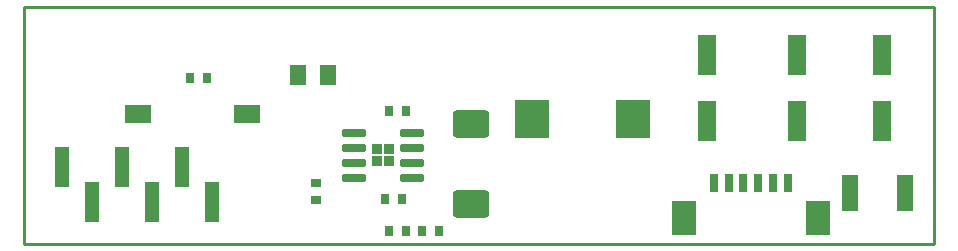
<source format=gtp>
G04*
G04 #@! TF.GenerationSoftware,Altium Limited,Altium Designer,21.8.1 (53)*
G04*
G04 Layer_Color=8421504*
%FSLAX44Y44*%
%MOMM*%
G71*
G04*
G04 #@! TF.SameCoordinates,FBE6A57E-38F0-4EBD-B617-FC09060C68E2*
G04*
G04*
G04 #@! TF.FilePolarity,Positive*
G04*
G01*
G75*
%ADD15C,0.2540*%
%ADD17R,0.8000X0.9000*%
%ADD18R,1.2700X3.4300*%
%ADD19R,2.2000X1.6000*%
%ADD20R,2.1800X1.6000*%
%ADD21R,1.4000X3.0500*%
%ADD22R,1.6000X3.5000*%
%ADD23R,0.8000X1.6000*%
%ADD24R,2.1000X3.0000*%
%ADD25R,1.4000X1.8000*%
G04:AMPARAMS|DCode=26|XSize=1.97mm|YSize=0.6mm|CornerRadius=0.075mm|HoleSize=0mm|Usage=FLASHONLY|Rotation=0.000|XOffset=0mm|YOffset=0mm|HoleType=Round|Shape=RoundedRectangle|*
%AMROUNDEDRECTD26*
21,1,1.9700,0.4500,0,0,0.0*
21,1,1.8200,0.6000,0,0,0.0*
1,1,0.1500,0.9100,-0.2250*
1,1,0.1500,-0.9100,-0.2250*
1,1,0.1500,-0.9100,0.2250*
1,1,0.1500,0.9100,0.2250*
%
%ADD26ROUNDEDRECTD26*%
%ADD27R,0.9000X0.8000*%
%ADD28R,2.9210X3.2512*%
G04:AMPARAMS|DCode=29|XSize=2.33mm|YSize=3.07mm|CornerRadius=0.2913mm|HoleSize=0mm|Usage=FLASHONLY|Rotation=90.000|XOffset=0mm|YOffset=0mm|HoleType=Round|Shape=RoundedRectangle|*
%AMROUNDEDRECTD29*
21,1,2.3300,2.4875,0,0,90.0*
21,1,1.7475,3.0700,0,0,90.0*
1,1,0.5825,1.2437,0.8738*
1,1,0.5825,1.2437,-0.8738*
1,1,0.5825,-1.2437,-0.8738*
1,1,0.5825,-1.2437,0.8738*
%
%ADD29ROUNDEDRECTD29*%
G36*
X302596Y65582D02*
X294496D01*
Y73682D01*
X302596D01*
Y65582D01*
D02*
G37*
G36*
Y75882D02*
X294496D01*
Y83982D01*
X302596D01*
Y75882D01*
D02*
G37*
G36*
X312896Y65582D02*
X304796D01*
Y73682D01*
X312896D01*
Y65582D01*
D02*
G37*
G36*
Y75882D02*
X304796D01*
Y83982D01*
X312896D01*
Y75882D01*
D02*
G37*
D15*
X0Y0D02*
X770000D01*
X0Y200000D02*
X770000D01*
Y0D02*
Y200000D01*
X0Y0D02*
Y200000D01*
D17*
X323000Y11000D02*
D03*
X309000D02*
D03*
X351000D02*
D03*
X337000D02*
D03*
X309000Y112000D02*
D03*
X323000D02*
D03*
X154500Y140000D02*
D03*
X140500D02*
D03*
X305500Y37500D02*
D03*
X319500D02*
D03*
D18*
X31500Y64600D02*
D03*
X56900Y35400D02*
D03*
X82300Y64600D02*
D03*
X107700Y35400D02*
D03*
X133100Y64600D02*
D03*
X158500Y35400D02*
D03*
D19*
X96550Y110000D02*
D03*
D20*
X188450D02*
D03*
D21*
X746000Y42500D02*
D03*
X699000D02*
D03*
D22*
X726000Y160000D02*
D03*
Y104000D02*
D03*
X654000Y160000D02*
D03*
Y104000D02*
D03*
X578000Y160000D02*
D03*
Y104000D02*
D03*
D23*
X583750Y51000D02*
D03*
X596250D02*
D03*
X621250D02*
D03*
X633750D02*
D03*
X646250D02*
D03*
X608750D02*
D03*
D24*
X671750Y22000D02*
D03*
X558250D02*
D03*
D25*
X231500Y142500D02*
D03*
X257500D02*
D03*
D26*
X328446Y93832D02*
D03*
Y81132D02*
D03*
Y68432D02*
D03*
Y55732D02*
D03*
X278946D02*
D03*
Y68432D02*
D03*
Y81132D02*
D03*
Y93832D02*
D03*
D27*
X247000Y37000D02*
D03*
Y51000D02*
D03*
D28*
X430000Y105000D02*
D03*
X515598D02*
D03*
D29*
X378000Y101000D02*
D03*
Y33700D02*
D03*
M02*

</source>
